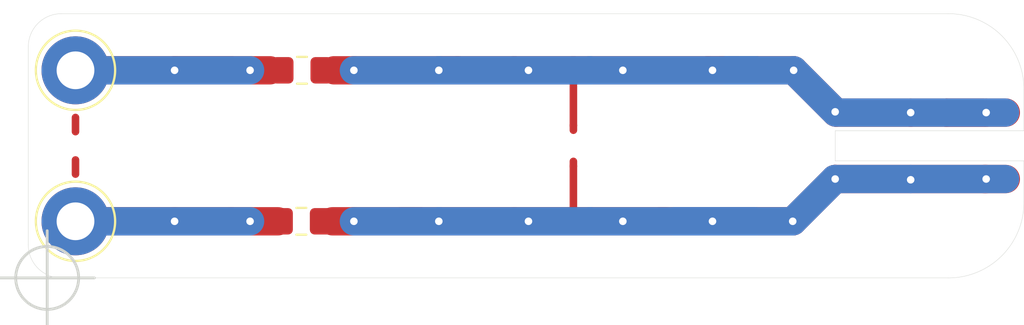
<source format=kicad_pcb>
(kicad_pcb (version 20171130) (host pcbnew "(5.0.2)-1")

  (general
    (thickness 1.6)
    (drawings 14)
    (tracks 95)
    (zones 0)
    (modules 9)
    (nets 5)
  )

  (page A4)
  (layers
    (0 F.Cu signal)
    (31 B.Cu signal)
    (32 B.Adhes user)
    (33 F.Adhes user)
    (34 B.Paste user)
    (35 F.Paste user)
    (36 B.SilkS user)
    (37 F.SilkS user)
    (38 B.Mask user)
    (39 F.Mask user)
    (40 Dwgs.User user)
    (41 Cmts.User user)
    (42 Eco1.User user)
    (43 Eco2.User user)
    (44 Edge.Cuts user)
    (45 Margin user)
    (46 B.CrtYd user)
    (47 F.CrtYd user)
    (48 B.Fab user hide)
    (49 F.Fab user hide)
  )

  (setup
    (last_trace_width 0.25)
    (user_trace_width 0.4)
    (user_trace_width 1)
    (user_trace_width 1.5)
    (trace_clearance 0.2)
    (zone_clearance 0.508)
    (zone_45_only no)
    (trace_min 0.2)
    (segment_width 0.2)
    (edge_width 0.15)
    (via_size 0.8)
    (via_drill 0.4)
    (via_min_size 0.4)
    (via_min_drill 0.3)
    (uvia_size 0.3)
    (uvia_drill 0.1)
    (uvias_allowed no)
    (uvia_min_size 0.2)
    (uvia_min_drill 0.1)
    (pcb_text_width 0.3)
    (pcb_text_size 1.5 1.5)
    (mod_edge_width 0.15)
    (mod_text_size 1 1)
    (mod_text_width 0.15)
    (pad_size 3.6 3.6)
    (pad_drill 2)
    (pad_to_mask_clearance 0.051)
    (solder_mask_min_width 0.25)
    (aux_axis_origin 0.25 7)
    (visible_elements 7EFFFFFF)
    (pcbplotparams
      (layerselection 0x01000_ffffffff)
      (usegerberextensions false)
      (usegerberattributes false)
      (usegerberadvancedattributes false)
      (creategerberjobfile false)
      (excludeedgelayer true)
      (linewidth 0.100000)
      (plotframeref false)
      (viasonmask false)
      (mode 1)
      (useauxorigin false)
      (hpglpennumber 1)
      (hpglpenspeed 20)
      (hpglpendiameter 15.000000)
      (psnegative false)
      (psa4output false)
      (plotreference true)
      (plotvalue true)
      (plotinvisibletext false)
      (padsonsilk false)
      (subtractmaskfromsilk false)
      (outputformat 1)
      (mirror false)
      (drillshape 0)
      (scaleselection 1)
      (outputdirectory "CAM/"))
  )

  (net 0 "")
  (net 1 /feed_l)
  (net 2 "Net-(C1-Pad2)")
  (net 3 "Net-(C2-Pad2)")
  (net 4 /feed_r)

  (net_class Default "This is the default net class."
    (clearance 0.2)
    (trace_width 0.25)
    (via_dia 0.8)
    (via_drill 0.4)
    (uvia_dia 0.3)
    (uvia_drill 0.1)
    (add_net /feed_l)
    (add_net /feed_r)
    (add_net "Net-(C1-Pad2)")
    (add_net "Net-(C2-Pad2)")
  )

  (module Capacitor_SMD:C_0805_2012Metric_Pad1.15x1.40mm_HandSolder (layer F.Cu) (tedit 5B36C52B) (tstamp 5DF16079)
    (at 13.75 -4 180)
    (descr "Capacitor SMD 0805 (2012 Metric), square (rectangular) end terminal, IPC_7351 nominal with elongated pad for handsoldering. (Body size source: https://docs.google.com/spreadsheets/d/1BsfQQcO9C6DZCsRaXUlFlo91Tg2WpOkGARC1WS5S8t0/edit?usp=sharing), generated with kicad-footprint-generator")
    (tags "capacitor handsolder")
    (path /5DF34C46)
    (attr smd)
    (fp_text reference C2 (at 0 -1.65 180) (layer F.SilkS) hide
      (effects (font (size 1 1) (thickness 0.15)))
    )
    (fp_text value C (at 0 1.65 180) (layer F.Fab)
      (effects (font (size 1 1) (thickness 0.15)))
    )
    (fp_text user %R (at 0 0 180) (layer F.Fab)
      (effects (font (size 0.5 0.5) (thickness 0.08)))
    )
    (fp_line (start 1.85 0.95) (end -1.85 0.95) (layer F.CrtYd) (width 0.05))
    (fp_line (start 1.85 -0.95) (end 1.85 0.95) (layer F.CrtYd) (width 0.05))
    (fp_line (start -1.85 -0.95) (end 1.85 -0.95) (layer F.CrtYd) (width 0.05))
    (fp_line (start -1.85 0.95) (end -1.85 -0.95) (layer F.CrtYd) (width 0.05))
    (fp_line (start -0.261252 0.71) (end 0.261252 0.71) (layer F.SilkS) (width 0.12))
    (fp_line (start -0.261252 -0.71) (end 0.261252 -0.71) (layer F.SilkS) (width 0.12))
    (fp_line (start 1 0.6) (end -1 0.6) (layer F.Fab) (width 0.1))
    (fp_line (start 1 -0.6) (end 1 0.6) (layer F.Fab) (width 0.1))
    (fp_line (start -1 -0.6) (end 1 -0.6) (layer F.Fab) (width 0.1))
    (fp_line (start -1 0.6) (end -1 -0.6) (layer F.Fab) (width 0.1))
    (pad 2 smd roundrect (at 1.025 0 180) (size 1.15 1.4) (layers F.Cu F.Paste F.Mask) (roundrect_rratio 0.217391)
      (net 3 "Net-(C2-Pad2)"))
    (pad 1 smd roundrect (at -1.025 0 180) (size 1.15 1.4) (layers F.Cu F.Paste F.Mask) (roundrect_rratio 0.217391)
      (net 4 /feed_r))
    (model ${KISYS3DMOD}/Capacitor_SMD.3dshapes/C_0805_2012Metric.wrl
      (at (xyz 0 0 0))
      (scale (xyz 1 1 1))
      (rotate (xyz 0 0 0))
    )
  )

  (module MountingHole:MountingHole_2.7mm_M2.5 (layer F.Cu) (tedit 5DF15E33) (tstamp 5DF2754A)
    (at 23 0)
    (descr "Mounting Hole 2.7mm, no annular, M2.5")
    (tags "mounting hole 2.7mm no annular m2.5")
    (attr virtual)
    (fp_text reference REF** (at 0 -3.7) (layer F.SilkS) hide
      (effects (font (size 1 1) (thickness 0.15)))
    )
    (fp_text value MountingHole_2.7mm_M2.5 (at 0 3.7) (layer F.Fab)
      (effects (font (size 1 1) (thickness 0.15)))
    )
    (fp_text user %R (at 0.3 0) (layer F.Fab)
      (effects (font (size 1 1) (thickness 0.15)))
    )
    (fp_circle (center 0 0) (end 2.7 0) (layer Cmts.User) (width 0.15))
    (fp_circle (center 0 0) (end 2.95 0) (layer F.CrtYd) (width 0.05))
    (pad 1 np_thru_hole circle (at 0 0) (size 2.7 2.7) (drill 2.7) (layers *.Cu *.Mask))
  )

  (module MountingHole:MountingHole_2.7mm_M2.5 (layer F.Cu) (tedit 5DF15E2F) (tstamp 5DF16D20)
    (at 44 -4.75)
    (descr "Mounting Hole 2.7mm, no annular, M2.5")
    (tags "mounting hole 2.7mm no annular m2.5")
    (attr virtual)
    (fp_text reference REF** (at 0 -3.7) (layer F.SilkS) hide
      (effects (font (size 1 1) (thickness 0.15)))
    )
    (fp_text value MountingHole_2.7mm_M2.5 (at 0 3.7) (layer F.Fab)
      (effects (font (size 1 1) (thickness 0.15)))
    )
    (fp_text user %R (at 0.3 0) (layer F.Fab)
      (effects (font (size 1 1) (thickness 0.15)))
    )
    (fp_circle (center 0 0) (end 2.7 0) (layer Cmts.User) (width 0.15))
    (fp_circle (center 0 0) (end 2.95 0) (layer F.CrtYd) (width 0.05))
    (pad 1 np_thru_hole circle (at 0 0) (size 2.7 2.7) (drill 2.7) (layers *.Cu *.Mask))
  )

  (module MountingHole:MountingHole_2.7mm_M2.5 (layer F.Cu) (tedit 5DF15E2F) (tstamp 5DF16D0B)
    (at 44 4.75)
    (descr "Mounting Hole 2.7mm, no annular, M2.5")
    (tags "mounting hole 2.7mm no annular m2.5")
    (attr virtual)
    (fp_text reference REF** (at 0 -3.7) (layer F.SilkS) hide
      (effects (font (size 1 1) (thickness 0.15)))
    )
    (fp_text value MountingHole_2.7mm_M2.5 (at 0 3.7) (layer F.Fab)
      (effects (font (size 1 1) (thickness 0.15)))
    )
    (fp_circle (center 0 0) (end 2.95 0) (layer F.CrtYd) (width 0.05))
    (fp_circle (center 0 0) (end 2.7 0) (layer Cmts.User) (width 0.15))
    (fp_text user %R (at 0.3 0) (layer F.Fab)
      (effects (font (size 1 1) (thickness 0.15)))
    )
    (pad 1 np_thru_hole circle (at 0 0) (size 2.7 2.7) (drill 2.7) (layers *.Cu *.Mask))
  )

  (module MountingHole:MountingHole_2.7mm_M2.5 (layer F.Cu) (tedit 5DF15E2F) (tstamp 5DF16CDD)
    (at 36.75 0)
    (descr "Mounting Hole 2.7mm, no annular, M2.5")
    (tags "mounting hole 2.7mm no annular m2.5")
    (attr virtual)
    (fp_text reference REF** (at 0 -3.7) (layer F.SilkS) hide
      (effects (font (size 1 1) (thickness 0.15)))
    )
    (fp_text value MountingHole_2.7mm_M2.5 (at 0 3.7) (layer F.Fab)
      (effects (font (size 1 1) (thickness 0.15)))
    )
    (fp_text user %R (at 0.3 0) (layer F.Fab)
      (effects (font (size 1 1) (thickness 0.15)))
    )
    (fp_circle (center 0 0) (end 2.7 0) (layer Cmts.User) (width 0.15))
    (fp_circle (center 0 0) (end 2.95 0) (layer F.CrtYd) (width 0.05))
    (pad 1 np_thru_hole circle (at 0 0) (size 2.7 2.7) (drill 2.7) (layers *.Cu *.Mask))
  )

  (module Capacitor_SMD:C_0805_2012Metric_Pad1.15x1.40mm_HandSolder (layer F.Cu) (tedit 5DF15A19) (tstamp 5DF15B5C)
    (at 13.716 4 180)
    (descr "Capacitor SMD 0805 (2012 Metric), square (rectangular) end terminal, IPC_7351 nominal with elongated pad for handsoldering. (Body size source: https://docs.google.com/spreadsheets/d/1BsfQQcO9C6DZCsRaXUlFlo91Tg2WpOkGARC1WS5S8t0/edit?usp=sharing), generated with kicad-footprint-generator")
    (tags "capacitor handsolder")
    (path /5DF34BA3)
    (attr smd)
    (fp_text reference C1 (at 0 -1.65 180) (layer F.SilkS) hide
      (effects (font (size 1 1) (thickness 0.15)))
    )
    (fp_text value C (at 0 1.65 180) (layer F.Fab)
      (effects (font (size 1 1) (thickness 0.15)))
    )
    (fp_line (start -1 0.6) (end -1 -0.6) (layer F.Fab) (width 0.1))
    (fp_line (start -1 -0.6) (end 1 -0.6) (layer F.Fab) (width 0.1))
    (fp_line (start 1 -0.6) (end 1 0.6) (layer F.Fab) (width 0.1))
    (fp_line (start 1 0.6) (end -1 0.6) (layer F.Fab) (width 0.1))
    (fp_line (start -0.261252 -0.71) (end 0.261252 -0.71) (layer F.SilkS) (width 0.12))
    (fp_line (start -0.261252 0.71) (end 0.261252 0.71) (layer F.SilkS) (width 0.12))
    (fp_line (start -1.85 0.95) (end -1.85 -0.95) (layer F.CrtYd) (width 0.05))
    (fp_line (start -1.85 -0.95) (end 1.85 -0.95) (layer F.CrtYd) (width 0.05))
    (fp_line (start 1.85 -0.95) (end 1.85 0.95) (layer F.CrtYd) (width 0.05))
    (fp_line (start 1.85 0.95) (end -1.85 0.95) (layer F.CrtYd) (width 0.05))
    (fp_text user %R (at 0 0 180) (layer F.Fab)
      (effects (font (size 0.5 0.5) (thickness 0.08)))
    )
    (pad 1 smd roundrect (at -1.025 0 180) (size 1.15 1.4) (layers F.Cu F.Paste F.Mask) (roundrect_rratio 0.217391)
      (net 1 /feed_l))
    (pad 2 smd roundrect (at 1.025 0 180) (size 1.15 1.4) (layers F.Cu F.Paste F.Mask) (roundrect_rratio 0.217391)
      (net 2 "Net-(C1-Pad2)"))
    (model ${KISYS3DMOD}/Capacitor_SMD.3dshapes/C_0805_2012Metric.wrl
      (at (xyz 0 0 0))
      (scale (xyz 1 1 1))
      (rotate (xyz 0 0 0))
    )
  )

  (module TestPoint:TestPoint_Loop_D3.80mm_Drill2.0mm (layer F.Cu) (tedit 5DF14B6C) (tstamp 5DF15B9E)
    (at 1.75 4)
    (descr "wire loop as test point, loop diameter 3.8mm, hole diameter 2.0mm")
    (tags "test point wire loop bead")
    (path /5DF34D0F)
    (fp_text reference slot_l1 (at 0.5 2.8) (layer F.SilkS) hide
      (effects (font (size 1 1) (thickness 0.15)))
    )
    (fp_text value TestPoint (at 0 -2.8) (layer F.Fab)
      (effects (font (size 1 1) (thickness 0.15)))
    )
    (fp_line (start -1.9 -0.3) (end -1.9 0.3) (layer F.Fab) (width 0.12))
    (fp_line (start -1.9 0.3) (end 1.9 0.3) (layer F.Fab) (width 0.12))
    (fp_line (start 1.9 0.3) (end 1.9 -0.3) (layer F.Fab) (width 0.12))
    (fp_line (start 1.9 -0.3) (end -1.9 -0.3) (layer F.Fab) (width 0.12))
    (fp_circle (center 0 0) (end 2.3 0) (layer F.CrtYd) (width 0.05))
    (fp_circle (center 0 0) (end 2.1 0) (layer F.SilkS) (width 0.12))
    (fp_text user %R (at 0.5 2.8) (layer F.Fab)
      (effects (font (size 1 1) (thickness 0.15)))
    )
    (pad 1 thru_hole circle (at 0 0) (size 3.6 3.6) (drill 2) (layers *.Cu *.Mask)
      (net 2 "Net-(C1-Pad2)"))
    (model ${KISYS3DMOD}/TestPoint.3dshapes/TestPoint_Loop_D3.80mm_Drill2.0mm.wrl
      (at (xyz 0 0 0))
      (scale (xyz 1 1 1))
      (rotate (xyz 0 0 0))
    )
  )

  (module TestPoint:TestPoint_Loop_D3.80mm_Drill2.0mm (layer F.Cu) (tedit 5DF14B71) (tstamp 5DF16047)
    (at 1.75 -4)
    (descr "wire loop as test point, loop diameter 3.8mm, hole diameter 2.0mm")
    (tags "test point wire loop bead")
    (path /5DF351B5)
    (fp_text reference slot_r1 (at 0.5 2.8) (layer F.SilkS) hide
      (effects (font (size 1 1) (thickness 0.15)))
    )
    (fp_text value TestPoint (at 0 -2.8) (layer F.Fab)
      (effects (font (size 1 1) (thickness 0.15)))
    )
    (fp_text user %R (at 0.5 2.8) (layer F.Fab)
      (effects (font (size 1 1) (thickness 0.15)))
    )
    (fp_circle (center 0 0) (end 2.1 0) (layer F.SilkS) (width 0.12))
    (fp_circle (center 0 0) (end 2.3 0) (layer F.CrtYd) (width 0.05))
    (fp_line (start 1.9 -0.3) (end -1.9 -0.3) (layer F.Fab) (width 0.12))
    (fp_line (start 1.9 0.3) (end 1.9 -0.3) (layer F.Fab) (width 0.12))
    (fp_line (start -1.9 0.3) (end 1.9 0.3) (layer F.Fab) (width 0.12))
    (fp_line (start -1.9 -0.3) (end -1.9 0.3) (layer F.Fab) (width 0.12))
    (pad 1 thru_hole circle (at 0 0) (size 3.6 3.6) (drill 2) (layers *.Cu *.Mask)
      (net 3 "Net-(C2-Pad2)"))
    (model ${KISYS3DMOD}/TestPoint.3dshapes/TestPoint_Loop_D3.80mm_Drill2.0mm.wrl
      (at (xyz 0 0 0))
      (scale (xyz 1 1 1))
      (rotate (xyz 0 0 0))
    )
  )

  (module MountingHole:MountingHole_2.7mm_M2.5 (layer F.Cu) (tedit 5DF15E33) (tstamp 5DF16CD4)
    (at 9.75 0)
    (descr "Mounting Hole 2.7mm, no annular, M2.5")
    (tags "mounting hole 2.7mm no annular m2.5")
    (attr virtual)
    (fp_text reference REF** (at 0 -3.7) (layer F.SilkS) hide
      (effects (font (size 1 1) (thickness 0.15)))
    )
    (fp_text value MountingHole_2.7mm_M2.5 (at 0 3.7) (layer F.Fab)
      (effects (font (size 1 1) (thickness 0.15)))
    )
    (fp_circle (center 0 0) (end 2.95 0) (layer F.CrtYd) (width 0.05))
    (fp_circle (center 0 0) (end 2.7 0) (layer Cmts.User) (width 0.15))
    (fp_text user %R (at 0.3 0) (layer F.Fab)
      (effects (font (size 1 1) (thickness 0.15)))
    )
    (pad 1 np_thru_hole circle (at 0 0) (size 2.7 2.7) (drill 2.7) (layers *.Cu *.Mask))
  )

  (gr_arc (start 1 5.25) (end -0.75 5.25) (angle -90) (layer Edge.Cuts) (width 0.02) (tstamp 5E5533DC))
  (gr_arc (start 1 -5.25) (end 1 -7) (angle -90) (layer Edge.Cuts) (width 0.02))
  (target plus (at 0.25 7) (size 5) (width 0.15) (layer Edge.Cuts))
  (gr_line (start 32 -0.75) (end 32 0.75) (layer Eco1.User) (width 0.02))
  (gr_arc (start 48 3) (end 48 7) (angle -90) (layer Edge.Cuts) (width 0.02) (tstamp 5DF1658E))
  (gr_arc (start 48 -3) (end 52 -3) (angle -90) (layer Edge.Cuts) (width 0.02))
  (gr_line (start 42 0.8) (end 42 -0.8) (layer Edge.Cuts) (width 0.02))
  (gr_line (start 52 -0.8) (end 52 -3) (layer Edge.Cuts) (width 0.02) (tstamp 5DF162E4))
  (gr_line (start 52 3) (end 52 0.8) (layer Edge.Cuts) (width 0.02))
  (gr_line (start 42 -0.8) (end 52 -0.8) (layer Edge.Cuts) (width 0.02))
  (gr_line (start 52 0.8) (end 42 0.8) (layer Edge.Cuts) (width 0.02))
  (gr_line (start 1 -7) (end 48 -7) (layer Edge.Cuts) (width 0.02) (tstamp 5DF1605E))
  (gr_line (start 1 7) (end 48 7) (layer Edge.Cuts) (width 0.02))
  (gr_line (start -0.75 -5.25) (end -0.75 5.25) (layer Edge.Cuts) (width 0.02))

  (segment (start 19.025 4) (end 19.7 4) (width 1.5) (layer F.Cu) (net 1))
  (segment (start 49.9 1.76001) (end 50 1.76001) (width 1.5) (layer F.Cu) (net 1))
  (segment (start 21 4) (end 25 4) (width 1.5) (layer F.Cu) (net 1) (tstamp 5DF16388))
  (via (at 21 4) (size 0.8) (drill 0.4) (layers F.Cu B.Cu) (net 1))
  (segment (start 21 4) (end 29 4) (width 1.5) (layer B.Cu) (net 1))
  (via (at 25.75 4) (size 0.8) (drill 0.4) (layers F.Cu B.Cu) (net 1))
  (via (at 30.75 4) (size 0.8) (drill 0.4) (layers F.Cu B.Cu) (net 1))
  (segment (start 42 1.76001) (end 49.9 1.76001) (width 1.5) (layer F.Cu) (net 1) (tstamp 5DF16457))
  (via (at 42 1.76001) (size 0.8) (drill 0.4) (layers F.Cu B.Cu) (net 1))
  (via (at 46 1.8) (size 0.8) (drill 0.4) (layers F.Cu B.Cu) (net 1))
  (via (at 50 1.76001) (size 0.8) (drill 0.4) (layers F.Cu B.Cu) (net 1))
  (segment (start 50 1.76001) (end 51.03999 1.76001) (width 1.5) (layer F.Cu) (net 1))
  (segment (start 19.025 4) (end 20 4) (width 1.5) (layer F.Cu) (net 1))
  (segment (start 20 4) (end 21 4) (width 1.5) (layer F.Cu) (net 1))
  (segment (start 16.5 4) (end 20 4) (width 1.5) (layer F.Cu) (net 1) (tstamp 5DF1675B))
  (via (at 16.5 4) (size 0.8) (drill 0.4) (layers F.Cu B.Cu) (net 1))
  (segment (start 21 4) (end 16.5 4) (width 1.5) (layer B.Cu) (net 1))
  (segment (start 32.76001 4) (end 33 4) (width 1.5) (layer F.Cu) (net 1))
  (segment (start 46.03999 1.76001) (end 51 1.76001) (width 1.5) (layer B.Cu) (net 1))
  (segment (start 41.98999 1.76001) (end 42 1.76001) (width 1.5) (layer F.Cu) (net 1))
  (segment (start 39.75 4) (end 41.98999 1.76001) (width 1.5) (layer F.Cu) (net 1))
  (segment (start 41.98999 1.76001) (end 45.96001 1.76001) (width 1.5) (layer B.Cu) (net 1))
  (segment (start 39.75 4) (end 41.98999 1.76001) (width 1.5) (layer B.Cu) (net 1))
  (segment (start 39.75 4) (end 39.75 4) (width 1.5) (layer F.Cu) (net 1) (tstamp 5DF25E70))
  (via (at 39.75 4) (size 0.8) (drill 0.4) (layers F.Cu B.Cu) (net 1))
  (segment (start 33 4) (end 32.76001 4) (width 1.5) (layer F.Cu) (net 1) (tstamp 5DF25E72))
  (via (at 35.5 4) (size 0.8) (drill 0.4) (layers F.Cu B.Cu) (net 1))
  (segment (start 37.75 4) (end 36 4) (width 1.5) (layer F.Cu) (net 1))
  (segment (start 29 4) (end 36 4) (width 1.5) (layer F.Cu) (net 1))
  (segment (start 36 4) (end 36.75 4) (width 1.5) (layer F.Cu) (net 1))
  (segment (start 29 4) (end 37.75 4) (width 1.5) (layer B.Cu) (net 1))
  (segment (start 39.75 4) (end 36 4) (width 1.5) (layer F.Cu) (net 1))
  (segment (start 33.5 4) (end 39.75 4) (width 1.5) (layer B.Cu) (net 1))
  (segment (start 14.741 4) (end 15.3665 4) (width 1) (layer F.Cu) (net 1))
  (segment (start 16.5 4) (end 15.3665 4) (width 1.5) (layer F.Cu) (net 1))
  (segment (start 28.1305 4) (end 28.1305 1.0795) (width 0.25) (layer F.Cu) (net 1))
  (segment (start 28.0035 4) (end 29 4) (width 1.5) (layer F.Cu) (net 1))
  (segment (start 25 4) (end 28.0035 4) (width 1.5) (layer F.Cu) (net 1))
  (segment (start 28.1305 3.873) (end 28.0035 4) (width 0.4) (layer F.Cu) (net 1))
  (segment (start 28.1305 1.0795) (end 28.1305 3.873) (width 0.4) (layer F.Cu) (net 1))
  (segment (start 28.1305 1.0795) (end 28.1305 0.8255) (width 0.4) (layer F.Cu) (net 1))
  (segment (start 7 4) (end 2.75 4) (width 1.5) (layer F.Cu) (net 2) (tstamp 5DF16330))
  (via (at 7 4) (size 0.8) (drill 0.4) (layers F.Cu B.Cu) (net 2))
  (segment (start 10 4) (end 7 4) (width 1.5) (layer F.Cu) (net 2) (tstamp 5DF16332))
  (via (at 11 4) (size 0.8) (drill 0.4) (layers F.Cu B.Cu) (net 2))
  (segment (start 11 4) (end 2.75 4) (width 1.5) (layer B.Cu) (net 2))
  (segment (start 12.475 4) (end 10 4) (width 1.5) (layer F.Cu) (net 2))
  (segment (start 7 -4) (end 2.75 -4) (width 1.5) (layer F.Cu) (net 3) (tstamp 5DF1632A))
  (via (at 7 -4) (size 0.8) (drill 0.4) (layers F.Cu B.Cu) (net 3))
  (segment (start 10 -4) (end 7 -4) (width 1.5) (layer F.Cu) (net 3) (tstamp 5DF1632C))
  (via (at 11 -4) (size 0.8) (drill 0.4) (layers F.Cu B.Cu) (net 3))
  (segment (start 11 -4) (end 2.75 -4) (width 1.5) (layer B.Cu) (net 3))
  (segment (start 12.05 -4) (end 12.0495 -4.0005) (width 1) (layer F.Cu) (net 3))
  (segment (start 12.725 -4) (end 12.05 -4) (width 1) (layer F.Cu) (net 3))
  (segment (start 7 -4) (end 12.05 -4) (width 1.5) (layer F.Cu) (net 3))
  (segment (start 1.75 -1.5) (end 1.75 -0.75) (width 0.4) (layer F.Cu) (net 3))
  (segment (start 1.75 0.75) (end 1.75 1.5) (width 0.4) (layer F.Cu) (net 3) (tstamp 5E553430))
  (segment (start 47.9 -1.76001) (end 50 -1.76001) (width 1.5) (layer F.Cu) (net 4))
  (segment (start 47.9 -1.76001) (end 49.86001 -1.76001) (width 1.5) (layer F.Cu) (net 4))
  (via (at 21 -4) (size 0.8) (drill 0.4) (layers F.Cu B.Cu) (net 4))
  (segment (start 21 -4) (end 29 -4) (width 1.5) (layer B.Cu) (net 4))
  (via (at 25.75 -4) (size 0.8) (drill 0.4) (layers F.Cu B.Cu) (net 4))
  (via (at 30.75 -4) (size 0.8) (drill 0.4) (layers F.Cu B.Cu) (net 4))
  (via (at 42 -1.8) (size 0.8) (drill 0.4) (layers F.Cu B.Cu) (net 4))
  (segment (start 46 -1.76001) (end 47.9 -1.76001) (width 1.5) (layer F.Cu) (net 4) (tstamp 5DF16461))
  (via (at 46 -1.76001) (size 0.8) (drill 0.4) (layers F.Cu B.Cu) (net 4))
  (via (at 50 -1.76001) (size 0.8) (drill 0.4) (layers F.Cu B.Cu) (net 4))
  (segment (start 50 -1.76001) (end 51.03999 -1.76001) (width 1.5) (layer F.Cu) (net 4))
  (via (at 16.5 -4) (size 0.8) (drill 0.4) (layers F.Cu B.Cu) (net 4))
  (segment (start 21 -4) (end 16.5 -4) (width 1.5) (layer B.Cu) (net 4))
  (segment (start 42.03999 -1.76001) (end 51 -1.76001) (width 1.5) (layer B.Cu) (net 4))
  (segment (start 16.5 -4) (end 22 -4) (width 1.5) (layer F.Cu) (net 4))
  (segment (start 21 -4) (end 22 -4) (width 1.5) (layer F.Cu) (net 4))
  (segment (start 22 -4) (end 25 -4) (width 1.5) (layer F.Cu) (net 4))
  (segment (start 42.03999 -1.76001) (end 46 -1.76001) (width 1.5) (layer F.Cu) (net 4))
  (segment (start 42 -1.8) (end 42.03999 -1.76001) (width 1.5) (layer F.Cu) (net 4))
  (segment (start 39.8 -4) (end 41.96001 -1.83999) (width 1.5) (layer B.Cu) (net 4))
  (segment (start 39.8 -4) (end 42 -1.8) (width 1.5) (layer F.Cu) (net 4) (tstamp 5DF25E6E))
  (via (at 39.8 -4) (size 0.8) (drill 0.4) (layers F.Cu B.Cu) (net 4))
  (via (at 35.5 -4) (size 0.8) (drill 0.4) (layers F.Cu B.Cu) (net 4))
  (segment (start 37.8 -4) (end 36 -4) (width 1.5) (layer F.Cu) (net 4))
  (segment (start 36 -4) (end 36.8 -4) (width 1.5) (layer F.Cu) (net 4))
  (segment (start 39.8 -4) (end 35.25 -4) (width 1.5) (layer F.Cu) (net 4))
  (segment (start 29 -4) (end 35.25 -4) (width 1.5) (layer F.Cu) (net 4))
  (segment (start 35.25 -4) (end 36 -4) (width 1.5) (layer F.Cu) (net 4))
  (segment (start 36.25 -4) (end 39.8 -4) (width 1.5) (layer B.Cu) (net 4))
  (segment (start 36.25 -4) (end 37.8 -4) (width 1.5) (layer B.Cu) (net 4))
  (segment (start 29 -4) (end 36.25 -4) (width 1.5) (layer B.Cu) (net 4))
  (segment (start 15.45 -4) (end 15.4505 -4.0005) (width 1) (layer F.Cu) (net 4))
  (segment (start 14.775 -4) (end 15.45 -4) (width 1) (layer F.Cu) (net 4))
  (segment (start 16.5 -4) (end 15.45 -4) (width 1.5) (layer F.Cu) (net 4))
  (segment (start 28.1305 -4) (end 29 -4) (width 1.5) (layer F.Cu) (net 4))
  (segment (start 25 -4) (end 28.1305 -4) (width 1.5) (layer F.Cu) (net 4))
  (segment (start 28.1305 -4) (end 28.1305 -1.0795) (width 0.4) (layer F.Cu) (net 4))
  (segment (start 28.1305 -1.0795) (end 28.1305 -0.8255) (width 0.4) (layer F.Cu) (net 4))

)

</source>
